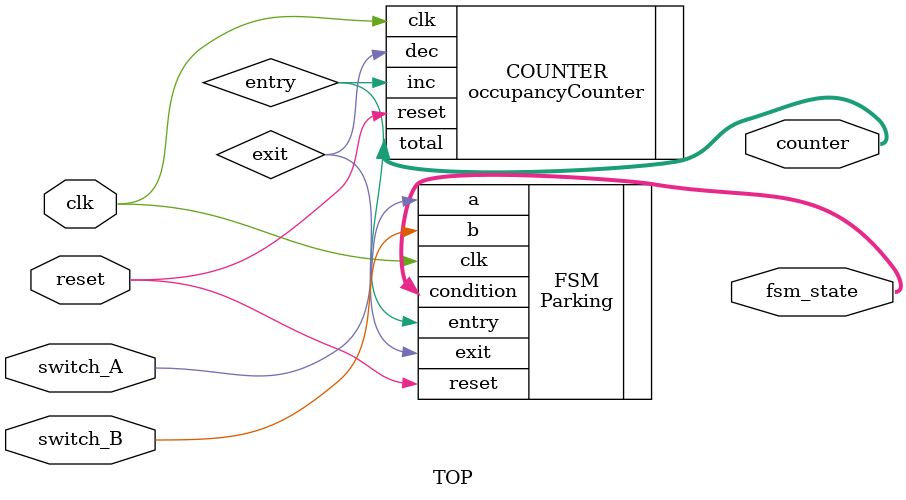
<source format=v>
`timescale 1ns / 1ps

module TOP(
    input clk, reset, 
    input switch_A, switch_B, 
    output [3:0] counter,
    output [2:0] fsm_state
    );
    
    wire entry, exit;

    Parking FSM(.a(switch_A), .b(switch_B), .clk(clk), .reset(reset), .entry(entry), .exit(exit), .condition(fsm_state));
    occupancyCounter COUNTER (.clk(clk), .reset(reset), .inc(entry), .dec(exit), .total(counter));
endmodule

</source>
